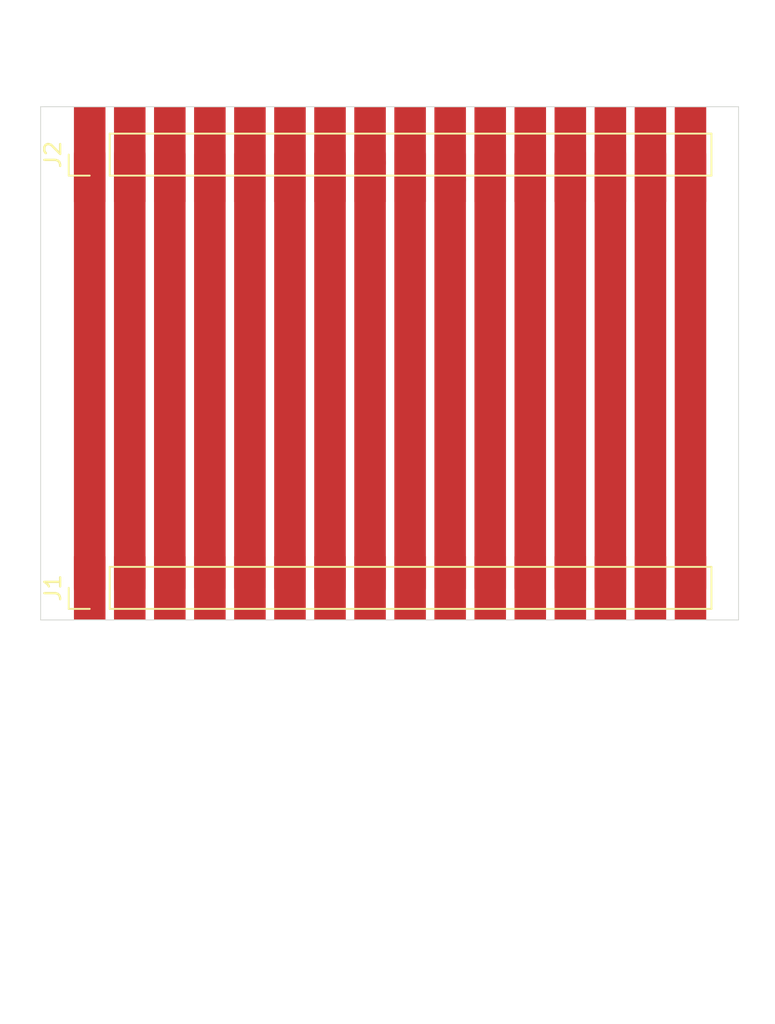
<source format=kicad_pcb>
(kicad_pcb (version 20171130) (host pcbnew "(5.1.12)-1")

  (general
    (thickness 1.6)
    (drawings 7)
    (tracks 20)
    (zones 0)
    (modules 2)
    (nets 17)
  )

  (page A4)
  (layers
    (0 F.Cu signal)
    (31 B.Cu signal)
    (32 B.Adhes user)
    (33 F.Adhes user)
    (34 B.Paste user)
    (35 F.Paste user)
    (36 B.SilkS user)
    (37 F.SilkS user)
    (38 B.Mask user)
    (39 F.Mask user)
    (40 Dwgs.User user)
    (41 Cmts.User user)
    (42 Eco1.User user)
    (43 Eco2.User user)
    (44 Edge.Cuts user)
    (45 Margin user)
    (46 B.CrtYd user)
    (47 F.CrtYd user)
    (48 B.Fab user)
    (49 F.Fab user)
  )

  (setup
    (last_trace_width 2)
    (user_trace_width 2)
    (trace_clearance 0.2)
    (zone_clearance 0.508)
    (zone_45_only no)
    (trace_min 0.2)
    (via_size 0.8)
    (via_drill 0.4)
    (via_min_size 0.4)
    (via_min_drill 0.3)
    (uvia_size 0.3)
    (uvia_drill 0.1)
    (uvias_allowed no)
    (uvia_min_size 0.2)
    (uvia_min_drill 0.1)
    (edge_width 0.05)
    (segment_width 0.2)
    (pcb_text_width 0.3)
    (pcb_text_size 1.5 1.5)
    (mod_edge_width 0.12)
    (mod_text_size 1 1)
    (mod_text_width 0.15)
    (pad_size 4 2)
    (pad_drill 0)
    (pad_to_mask_clearance 0)
    (aux_axis_origin 0 0)
    (visible_elements FFFFFF7F)
    (pcbplotparams
      (layerselection 0x010fc_ffffffff)
      (usegerberextensions false)
      (usegerberattributes true)
      (usegerberadvancedattributes true)
      (creategerberjobfile true)
      (excludeedgelayer true)
      (linewidth 0.100000)
      (plotframeref false)
      (viasonmask false)
      (mode 1)
      (useauxorigin false)
      (hpglpennumber 1)
      (hpglpenspeed 20)
      (hpglpendiameter 15.000000)
      (psnegative false)
      (psa4output false)
      (plotreference true)
      (plotvalue true)
      (plotinvisibletext false)
      (padsonsilk false)
      (subtractmaskfromsilk false)
      (outputformat 1)
      (mirror false)
      (drillshape 1)
      (scaleselection 1)
      (outputdirectory ""))
  )

  (net 0 "")
  (net 1 "Net-(J1-Pad16)")
  (net 2 "Net-(J1-Pad15)")
  (net 3 "Net-(J1-Pad14)")
  (net 4 "Net-(J1-Pad13)")
  (net 5 "Net-(J1-Pad12)")
  (net 6 "Net-(J1-Pad11)")
  (net 7 "Net-(J1-Pad10)")
  (net 8 "Net-(J1-Pad9)")
  (net 9 "Net-(J1-Pad8)")
  (net 10 "Net-(J1-Pad7)")
  (net 11 "Net-(J1-Pad6)")
  (net 12 "Net-(J1-Pad5)")
  (net 13 "Net-(J1-Pad4)")
  (net 14 "Net-(J1-Pad3)")
  (net 15 "Net-(J1-Pad2)")
  (net 16 "Net-(J1-Pad1)")

  (net_class Default "This is the default net class."
    (clearance 0.2)
    (trace_width 0.25)
    (via_dia 0.8)
    (via_drill 0.4)
    (uvia_dia 0.3)
    (uvia_drill 0.1)
    (add_net "Net-(J1-Pad1)")
    (add_net "Net-(J1-Pad10)")
    (add_net "Net-(J1-Pad11)")
    (add_net "Net-(J1-Pad12)")
    (add_net "Net-(J1-Pad13)")
    (add_net "Net-(J1-Pad14)")
    (add_net "Net-(J1-Pad15)")
    (add_net "Net-(J1-Pad16)")
    (add_net "Net-(J1-Pad2)")
    (add_net "Net-(J1-Pad3)")
    (add_net "Net-(J1-Pad4)")
    (add_net "Net-(J1-Pad5)")
    (add_net "Net-(J1-Pad6)")
    (add_net "Net-(J1-Pad7)")
    (add_net "Net-(J1-Pad8)")
    (add_net "Net-(J1-Pad9)")
  )

  (module Connector_PinHeader_2.54mm:PinHeader_1x16_P2.54mm_Vertical (layer F.Cu) (tedit 654A8CC9) (tstamp 654AEBA7)
    (at 106.172 92.6955 90)
    (descr "Through hole straight pin header, 1x16, 2.54mm pitch, single row")
    (tags "Through hole pin header THT 1x16 2.54mm single row")
    (path /654AFF62)
    (fp_text reference J2 (at 0 -2.33 90) (layer F.SilkS)
      (effects (font (size 1 1) (thickness 0.15)))
    )
    (fp_text value Conn_01x16 (at 0 40.43 90) (layer F.Fab) hide
      (effects (font (size 1 1) (thickness 0.15)))
    )
    (fp_text user %R (at 0 19.05) (layer F.Fab)
      (effects (font (size 1 1) (thickness 0.15)))
    )
    (fp_line (start -0.635 -1.27) (end 1.27 -1.27) (layer F.Fab) (width 0.1))
    (fp_line (start 1.27 -1.27) (end 1.27 39.37) (layer F.Fab) (width 0.1))
    (fp_line (start 1.27 39.37) (end -1.27 39.37) (layer F.Fab) (width 0.1))
    (fp_line (start -1.27 39.37) (end -1.27 -0.635) (layer F.Fab) (width 0.1))
    (fp_line (start -1.27 -0.635) (end -0.635 -1.27) (layer F.Fab) (width 0.1))
    (fp_line (start -1.33 39.43) (end 1.33 39.43) (layer F.SilkS) (width 0.12))
    (fp_line (start -1.33 1.27) (end -1.33 39.43) (layer F.SilkS) (width 0.12))
    (fp_line (start 1.33 1.27) (end 1.33 39.43) (layer F.SilkS) (width 0.12))
    (fp_line (start -1.33 1.27) (end 1.33 1.27) (layer F.SilkS) (width 0.12))
    (fp_line (start -1.33 0) (end -1.33 -1.33) (layer F.SilkS) (width 0.12))
    (fp_line (start -1.33 -1.33) (end 0 -1.33) (layer F.SilkS) (width 0.12))
    (fp_line (start -1.8 -1.8) (end -1.8 39.9) (layer F.CrtYd) (width 0.05))
    (fp_line (start -1.8 39.9) (end 1.8 39.9) (layer F.CrtYd) (width 0.05))
    (fp_line (start 1.8 39.9) (end 1.8 -1.8) (layer F.CrtYd) (width 0.05))
    (fp_line (start 1.8 -1.8) (end -1.8 -1.8) (layer F.CrtYd) (width 0.05))
    (pad 16 smd rect (at 0 38.1 90) (size 6 2) (layers F.Cu F.Paste F.Mask)
      (net 1 "Net-(J1-Pad16)"))
    (pad 15 smd rect (at 0 35.56 90) (size 6 2) (layers F.Cu F.Paste F.Mask)
      (net 2 "Net-(J1-Pad15)"))
    (pad 14 smd rect (at 0 33.02 90) (size 6 2) (layers F.Cu F.Paste F.Mask)
      (net 3 "Net-(J1-Pad14)"))
    (pad 13 smd rect (at 0 30.48 90) (size 6 2) (layers F.Cu F.Paste F.Mask)
      (net 4 "Net-(J1-Pad13)"))
    (pad 12 smd rect (at 0 27.94 90) (size 6 2) (layers F.Cu F.Paste F.Mask)
      (net 5 "Net-(J1-Pad12)"))
    (pad 11 smd rect (at 0 25.4 90) (size 6 2) (layers F.Cu F.Paste F.Mask)
      (net 6 "Net-(J1-Pad11)"))
    (pad 10 smd rect (at 0 22.86 90) (size 6 2) (layers F.Cu F.Paste F.Mask)
      (net 7 "Net-(J1-Pad10)"))
    (pad 9 smd rect (at 0 20.32 90) (size 6 2) (layers F.Cu F.Paste F.Mask)
      (net 8 "Net-(J1-Pad9)"))
    (pad 8 smd rect (at 0 17.78 90) (size 6 2) (layers F.Cu F.Paste F.Mask)
      (net 9 "Net-(J1-Pad8)"))
    (pad 7 smd rect (at 0 15.24 90) (size 6 2) (layers F.Cu F.Paste F.Mask)
      (net 10 "Net-(J1-Pad7)"))
    (pad 6 smd rect (at 0 12.7 90) (size 6 2) (layers F.Cu F.Paste F.Mask)
      (net 11 "Net-(J1-Pad6)"))
    (pad 5 smd rect (at 0 10.16 90) (size 6 2) (layers F.Cu F.Paste F.Mask)
      (net 12 "Net-(J1-Pad5)"))
    (pad 4 smd rect (at 0 7.62 90) (size 6 2) (layers F.Cu F.Paste F.Mask)
      (net 13 "Net-(J1-Pad4)"))
    (pad 3 smd rect (at 0 5.08 90) (size 6 2) (layers F.Cu F.Paste F.Mask)
      (net 14 "Net-(J1-Pad3)"))
    (pad 2 smd rect (at 0 2.54 90) (size 6 2) (layers F.Cu F.Paste F.Mask)
      (net 15 "Net-(J1-Pad2)"))
    (pad 1 smd rect (at 0 0 90) (size 6 2) (layers F.Cu F.Paste F.Mask)
      (net 16 "Net-(J1-Pad1)"))
    (model ${KISYS3DMOD}/Connector_PinHeader_2.54mm.3dshapes/PinHeader_1x16_P2.54mm_Vertical.wrl
      (at (xyz 0 0 0))
      (scale (xyz 1 1 1))
      (rotate (xyz 0 0 0))
    )
  )

  (module Connector_PinHeader_2.54mm:PinHeader_1x16_P2.54mm_Vertical (layer F.Cu) (tedit 654A8D5A) (tstamp 654AEB83)
    (at 106.172 120.142 90)
    (descr "Through hole straight pin header, 1x16, 2.54mm pitch, single row")
    (tags "Through hole pin header THT 1x16 2.54mm single row")
    (path /654B176C)
    (fp_text reference J1 (at 0 -2.33 90) (layer F.SilkS)
      (effects (font (size 1 1) (thickness 0.15)))
    )
    (fp_text value Conn_01x16 (at 0 40.43 90) (layer F.Fab) hide
      (effects (font (size 1 1) (thickness 0.15)))
    )
    (fp_text user %R (at 0 19.05) (layer F.Fab)
      (effects (font (size 1 1) (thickness 0.15)))
    )
    (fp_line (start -0.635 -1.27) (end 1.27 -1.27) (layer F.Fab) (width 0.1))
    (fp_line (start 1.27 -1.27) (end 1.27 39.37) (layer F.Fab) (width 0.1))
    (fp_line (start 1.27 39.37) (end -1.27 39.37) (layer F.Fab) (width 0.1))
    (fp_line (start -1.27 39.37) (end -1.27 -0.635) (layer F.Fab) (width 0.1))
    (fp_line (start -1.27 -0.635) (end -0.635 -1.27) (layer F.Fab) (width 0.1))
    (fp_line (start -1.33 39.43) (end 1.33 39.43) (layer F.SilkS) (width 0.12))
    (fp_line (start -1.33 1.27) (end -1.33 39.43) (layer F.SilkS) (width 0.12))
    (fp_line (start 1.33 1.27) (end 1.33 39.43) (layer F.SilkS) (width 0.12))
    (fp_line (start -1.33 1.27) (end 1.33 1.27) (layer F.SilkS) (width 0.12))
    (fp_line (start -1.33 0) (end -1.33 -1.33) (layer F.SilkS) (width 0.12))
    (fp_line (start -1.33 -1.33) (end 0 -1.33) (layer F.SilkS) (width 0.12))
    (fp_line (start -1.8 -1.8) (end -1.8 39.9) (layer F.CrtYd) (width 0.05))
    (fp_line (start -1.8 39.9) (end 1.8 39.9) (layer F.CrtYd) (width 0.05))
    (fp_line (start 1.8 39.9) (end 1.8 -1.8) (layer F.CrtYd) (width 0.05))
    (fp_line (start 1.8 -1.8) (end -1.8 -1.8) (layer F.CrtYd) (width 0.05))
    (pad 16 smd rect (at 0 38.1 90) (size 4 2) (layers F.Cu F.Paste F.Mask)
      (net 1 "Net-(J1-Pad16)"))
    (pad 15 smd rect (at 0 35.56 90) (size 4 2) (layers F.Cu F.Paste F.Mask)
      (net 2 "Net-(J1-Pad15)"))
    (pad 14 smd rect (at 0 33.02 90) (size 4 2) (layers F.Cu F.Paste F.Mask)
      (net 3 "Net-(J1-Pad14)"))
    (pad 13 smd rect (at 0 30.48 90) (size 4 2) (layers F.Cu F.Paste F.Mask)
      (net 4 "Net-(J1-Pad13)"))
    (pad 12 smd rect (at 0 27.94 90) (size 4 2) (layers F.Cu F.Paste F.Mask)
      (net 5 "Net-(J1-Pad12)"))
    (pad 11 smd rect (at 0 25.4 90) (size 4 2) (layers F.Cu F.Paste F.Mask)
      (net 6 "Net-(J1-Pad11)"))
    (pad 10 smd rect (at 0 22.86 90) (size 4 2) (layers F.Cu F.Paste F.Mask)
      (net 7 "Net-(J1-Pad10)"))
    (pad 9 smd rect (at 0 20.32 90) (size 4 2) (layers F.Cu F.Paste F.Mask)
      (net 8 "Net-(J1-Pad9)"))
    (pad 8 smd rect (at 0 17.78 90) (size 4 2) (layers F.Cu F.Paste F.Mask)
      (net 9 "Net-(J1-Pad8)"))
    (pad 7 smd rect (at 0 15.24 90) (size 4 2) (layers F.Cu F.Paste F.Mask)
      (net 10 "Net-(J1-Pad7)"))
    (pad 6 smd rect (at 0 12.7 90) (size 4 2) (layers F.Cu F.Paste F.Mask)
      (net 11 "Net-(J1-Pad6)"))
    (pad 5 smd rect (at 0 10.16 90) (size 4 2) (layers F.Cu F.Paste F.Mask)
      (net 12 "Net-(J1-Pad5)"))
    (pad 4 smd rect (at 0 7.62 90) (size 4 2) (layers F.Cu F.Paste F.Mask)
      (net 13 "Net-(J1-Pad4)"))
    (pad 3 smd rect (at 0 5.08 90) (size 4 2) (layers F.Cu F.Paste F.Mask)
      (net 14 "Net-(J1-Pad3)"))
    (pad 2 smd rect (at 0 2.54 90) (size 4 2) (layers F.Cu F.Paste F.Mask)
      (net 15 "Net-(J1-Pad2)"))
    (pad 1 smd rect (at 0 0 90) (size 4 2) (layers F.Cu F.Paste F.Mask)
      (net 16 "Net-(J1-Pad1)"))
    (model ${KISYS3DMOD}/Connector_PinHeader_2.54mm.3dshapes/PinHeader_1x16_P2.54mm_Vertical.wrl
      (at (xyz 0 0 0))
      (scale (xyz 1 1 1))
      (rotate (xyz 0 0 0))
    )
  )

  (dimension 22.1615 (width 0.15) (layer Dwgs.User)
    (gr_text "22.162 mm" (at 114.14125 83.5995) (layer Dwgs.User)
      (effects (font (size 1 1) (thickness 0.15)))
    )
    (feature1 (pts (xy 125.222 89.662) (xy 125.222 84.313079)))
    (feature2 (pts (xy 103.0605 89.662) (xy 103.0605 84.313079)))
    (crossbar (pts (xy 103.0605 84.8995) (xy 125.222 84.8995)))
    (arrow1a (pts (xy 125.222 84.8995) (xy 124.095496 85.485921)))
    (arrow1b (pts (xy 125.222 84.8995) (xy 124.095496 84.313079)))
    (arrow2a (pts (xy 103.0605 84.8995) (xy 104.187004 85.485921)))
    (arrow2b (pts (xy 103.0605 84.8995) (xy 104.187004 84.313079)))
  )
  (dimension 2.4765 (width 0.15) (layer Dwgs.User)
    (gr_text "2.477 mm" (at 145.82775 148.4295) (layer Dwgs.User)
      (effects (font (size 1 1) (thickness 0.15)))
    )
    (feature1 (pts (xy 144.5895 113.9825) (xy 144.5895 147.715921)))
    (feature2 (pts (xy 147.066 113.9825) (xy 147.066 147.715921)))
    (crossbar (pts (xy 147.066 147.1295) (xy 144.5895 147.1295)))
    (arrow1a (pts (xy 144.5895 147.1295) (xy 145.716004 146.543079)))
    (arrow1b (pts (xy 144.5895 147.1295) (xy 145.716004 147.715921)))
    (arrow2a (pts (xy 147.066 147.1295) (xy 145.939496 146.543079)))
    (arrow2b (pts (xy 147.066 147.1295) (xy 145.939496 147.715921)))
  )
  (dimension 2.4765 (width 0.15) (layer Dwgs.User)
    (gr_text "2.477 mm" (at 104.29875 124.109) (layer Dwgs.User)
      (effects (font (size 1 1) (thickness 0.15)))
    )
    (feature1 (pts (xy 105.537 89.662) (xy 105.537 123.395421)))
    (feature2 (pts (xy 103.0605 89.662) (xy 103.0605 123.395421)))
    (crossbar (pts (xy 103.0605 122.809) (xy 105.537 122.809)))
    (arrow1a (pts (xy 105.537 122.809) (xy 104.410496 123.395421)))
    (arrow1b (pts (xy 105.537 122.809) (xy 104.410496 122.222579)))
    (arrow2a (pts (xy 103.0605 122.809) (xy 104.187004 123.395421)))
    (arrow2b (pts (xy 103.0605 122.809) (xy 104.187004 122.222579)))
  )
  (gr_line (start 147.32 122.174) (end 147.32 89.662) (layer Edge.Cuts) (width 0.05) (tstamp 654A86B0))
  (gr_line (start 103.0605 122.174) (end 147.32 122.174) (layer Edge.Cuts) (width 0.05))
  (gr_line (start 103.0605 89.662) (end 103.0605 122.174) (layer Edge.Cuts) (width 0.05))
  (gr_line (start 103.0605 89.662) (end 147.32 89.662) (layer Edge.Cuts) (width 0.05))

  (segment (start 144.272 92.6955) (end 144.272 120.142) (width 2) (layer F.Cu) (net 1))
  (segment (start 141.732 118.618) (end 141.732 92.6955) (width 2) (layer F.Cu) (net 2))
  (segment (start 141.732 120.142) (end 141.732 118.618) (width 2) (layer F.Cu) (net 2))
  (segment (start 139.192 93.853) (end 139.192 120.142) (width 2) (layer F.Cu) (net 3))
  (segment (start 139.192 92.6955) (end 139.192 93.853) (width 2) (layer F.Cu) (net 3))
  (segment (start 136.652 120.142) (end 136.652 92.6955) (width 2) (layer F.Cu) (net 4))
  (segment (start 134.112 92.6955) (end 134.112 120.142) (width 2) (layer F.Cu) (net 5))
  (segment (start 131.572 120.142) (end 131.572 92.6955) (width 2) (layer F.Cu) (net 6))
  (segment (start 129.032 94.2975) (end 129.032 120.142) (width 2) (layer F.Cu) (net 7))
  (segment (start 129.032 92.6955) (end 129.032 94.2975) (width 2) (layer F.Cu) (net 7))
  (segment (start 126.492 92.6955) (end 126.492 120.142) (width 2) (layer F.Cu) (net 8))
  (segment (start 123.952 93.218) (end 123.952 120.142) (width 2) (layer F.Cu) (net 9))
  (segment (start 123.952 92.6955) (end 123.952 93.218) (width 2) (layer F.Cu) (net 9))
  (segment (start 121.412 92.6955) (end 121.412 120.142) (width 2) (layer F.Cu) (net 10))
  (segment (start 118.872 92.6955) (end 118.872 120.142) (width 2) (layer F.Cu) (net 11))
  (segment (start 116.332 92.6955) (end 116.332 120.142) (width 2) (layer F.Cu) (net 12))
  (segment (start 113.792 92.6955) (end 113.792 120.142) (width 2) (layer F.Cu) (net 13))
  (segment (start 111.252 92.6955) (end 111.252 120.142) (width 2) (layer F.Cu) (net 14))
  (segment (start 108.712 120.142) (end 108.712 92.6955) (width 2) (layer F.Cu) (net 15))
  (segment (start 106.172 92.6955) (end 106.172 120.142) (width 2) (layer F.Cu) (net 16))

)

</source>
